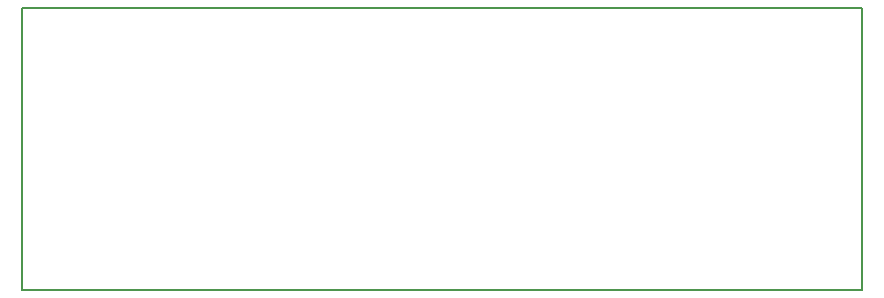
<source format=gbr>
G04 #@! TF.FileFunction,Profile,NP*
%FSLAX46Y46*%
G04 Gerber Fmt 4.6, Leading zero omitted, Abs format (unit mm)*
G04 Created by KiCad (PCBNEW 4.0.7) date 11/09/21 23:28:09*
%MOMM*%
%LPD*%
G01*
G04 APERTURE LIST*
%ADD10C,0.100000*%
%ADD11C,0.150000*%
G04 APERTURE END LIST*
D10*
D11*
X121920000Y-100584000D02*
X121920000Y-76708000D01*
X193040000Y-100584000D02*
X121920000Y-100584000D01*
X193040000Y-76708000D02*
X193040000Y-100584000D01*
X121920000Y-76708000D02*
X193040000Y-76708000D01*
M02*

</source>
